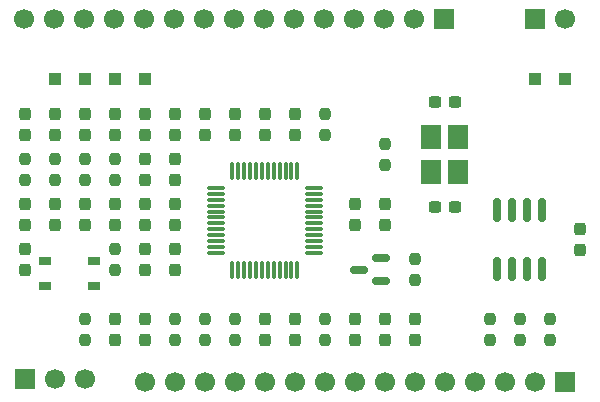
<source format=gbr>
%TF.GenerationSoftware,KiCad,Pcbnew,9.0.1*%
%TF.CreationDate,2025-05-22T01:20:04+01:00*%
%TF.ProjectId,ADAU1701-DSP,41444155-3137-4303-912d-4453502e6b69,rev?*%
%TF.SameCoordinates,Original*%
%TF.FileFunction,Soldermask,Top*%
%TF.FilePolarity,Negative*%
%FSLAX46Y46*%
G04 Gerber Fmt 4.6, Leading zero omitted, Abs format (unit mm)*
G04 Created by KiCad (PCBNEW 9.0.1) date 2025-05-22 01:20:04*
%MOMM*%
%LPD*%
G01*
G04 APERTURE LIST*
G04 Aperture macros list*
%AMRoundRect*
0 Rectangle with rounded corners*
0 $1 Rounding radius*
0 $2 $3 $4 $5 $6 $7 $8 $9 X,Y pos of 4 corners*
0 Add a 4 corners polygon primitive as box body*
4,1,4,$2,$3,$4,$5,$6,$7,$8,$9,$2,$3,0*
0 Add four circle primitives for the rounded corners*
1,1,$1+$1,$2,$3*
1,1,$1+$1,$4,$5*
1,1,$1+$1,$6,$7*
1,1,$1+$1,$8,$9*
0 Add four rect primitives between the rounded corners*
20,1,$1+$1,$2,$3,$4,$5,0*
20,1,$1+$1,$4,$5,$6,$7,0*
20,1,$1+$1,$6,$7,$8,$9,0*
20,1,$1+$1,$8,$9,$2,$3,0*%
G04 Aperture macros list end*
%ADD10RoundRect,0.237500X-0.237500X0.300000X-0.237500X-0.300000X0.237500X-0.300000X0.237500X0.300000X0*%
%ADD11RoundRect,0.237500X0.237500X-0.250000X0.237500X0.250000X-0.237500X0.250000X-0.237500X-0.250000X0*%
%ADD12RoundRect,0.237500X-0.237500X0.250000X-0.237500X-0.250000X0.237500X-0.250000X0.237500X0.250000X0*%
%ADD13RoundRect,0.150000X0.587500X0.150000X-0.587500X0.150000X-0.587500X-0.150000X0.587500X-0.150000X0*%
%ADD14RoundRect,0.237500X0.237500X-0.300000X0.237500X0.300000X-0.237500X0.300000X-0.237500X-0.300000X0*%
%ADD15R,1.000000X1.000000*%
%ADD16R,1.800000X2.100000*%
%ADD17RoundRect,0.237500X-0.300000X-0.237500X0.300000X-0.237500X0.300000X0.237500X-0.300000X0.237500X0*%
%ADD18R,1.700000X1.700000*%
%ADD19C,1.700000*%
%ADD20RoundRect,0.150000X-0.150000X0.825000X-0.150000X-0.825000X0.150000X-0.825000X0.150000X0.825000X0*%
%ADD21RoundRect,0.075000X0.075000X-0.662500X0.075000X0.662500X-0.075000X0.662500X-0.075000X-0.662500X0*%
%ADD22RoundRect,0.075000X0.662500X-0.075000X0.662500X0.075000X-0.662500X0.075000X-0.662500X-0.075000X0*%
%ADD23R,1.050000X0.650000*%
G04 APERTURE END LIST*
D10*
%TO.C,C7*%
X165100000Y-131265000D03*
X165100000Y-129540000D03*
%TD*%
%TO.C,C8*%
X162560000Y-131265000D03*
X162560000Y-129540000D03*
%TD*%
D11*
%TO.C,R4*%
X160020000Y-129490000D03*
X160020000Y-131315000D03*
%TD*%
D12*
%TO.C,R3*%
X167640000Y-131315000D03*
X167640000Y-129490000D03*
%TD*%
%TO.C,R8*%
X170180000Y-131315000D03*
X170180000Y-129490000D03*
%TD*%
D10*
%TO.C,C1*%
X177800000Y-131265000D03*
X177800000Y-129540000D03*
%TD*%
D12*
%TO.C,R1*%
X180340000Y-131315000D03*
X180340000Y-129490000D03*
%TD*%
D11*
%TO.C,R5*%
X172720000Y-129490000D03*
X172720000Y-131315000D03*
%TD*%
D10*
%TO.C,C9*%
X175260000Y-131265000D03*
X175260000Y-129540000D03*
%TD*%
%TO.C,C21*%
X187960000Y-131265000D03*
X187960000Y-129540000D03*
%TD*%
%TO.C,C23*%
X182880000Y-131265000D03*
X182880000Y-129540000D03*
%TD*%
%TO.C,C22*%
X185420000Y-131265000D03*
X185420000Y-129540000D03*
%TD*%
D13*
%TO.C,Q1*%
X183212500Y-125322500D03*
X185087500Y-124372500D03*
X185087500Y-126272500D03*
%TD*%
D12*
%TO.C,R7*%
X187960000Y-126235000D03*
X187960000Y-124410000D03*
%TD*%
D14*
%TO.C,C2*%
X165100000Y-125322500D03*
X165100000Y-123597500D03*
%TD*%
%TO.C,C26*%
X154940000Y-113892500D03*
X154940000Y-112167500D03*
%TD*%
D15*
%TO.C,TP2*%
X200660000Y-109220000D03*
%TD*%
D10*
%TO.C,C24*%
X154940000Y-119787500D03*
X154940000Y-121512500D03*
%TD*%
%TO.C,C20*%
X165100000Y-119787500D03*
X165100000Y-121512500D03*
%TD*%
D14*
%TO.C,C32*%
X154940000Y-125322500D03*
X154940000Y-123597500D03*
%TD*%
D16*
%TO.C,Y1*%
X191650000Y-117020000D03*
X191650000Y-114120000D03*
X189350000Y-114120000D03*
X189350000Y-117020000D03*
%TD*%
D10*
%TO.C,C18*%
X172720000Y-112167500D03*
X172720000Y-113892500D03*
%TD*%
D11*
%TO.C,R16*%
X199390000Y-131315000D03*
X199390000Y-129490000D03*
%TD*%
D12*
%TO.C,R2*%
X180340000Y-112117500D03*
X180340000Y-113942500D03*
%TD*%
D17*
%TO.C,C17*%
X189637500Y-111127500D03*
X191362500Y-111127500D03*
%TD*%
D18*
%TO.C,J4*%
X190452500Y-104140000D03*
D19*
X187912500Y-104140000D03*
X185372500Y-104140000D03*
X182832500Y-104140000D03*
X180292500Y-104140000D03*
X177752500Y-104140000D03*
X175212500Y-104140000D03*
X172672500Y-104140000D03*
X170132500Y-104140000D03*
X167592500Y-104140000D03*
X165052500Y-104140000D03*
X162512500Y-104140000D03*
X159972500Y-104140000D03*
X157432500Y-104140000D03*
X154892500Y-104140000D03*
%TD*%
D15*
%TO.C,TP5*%
X160020000Y-109220000D03*
%TD*%
D18*
%TO.C,J5*%
X200660000Y-134874000D03*
D19*
X198120000Y-134874000D03*
X195580000Y-134874000D03*
X193040000Y-134874000D03*
X190500000Y-134874000D03*
X187960000Y-134874000D03*
X185420000Y-134874000D03*
X182880000Y-134874000D03*
X180340000Y-134874000D03*
X177800000Y-134874000D03*
X175260000Y-134874000D03*
X172720000Y-134874000D03*
X170180000Y-134874000D03*
X167640000Y-134874000D03*
X165100000Y-134874000D03*
%TD*%
D11*
%TO.C,R12*%
X157480000Y-117752500D03*
X157480000Y-115927500D03*
%TD*%
D14*
%TO.C,C27*%
X160020000Y-113892500D03*
X160020000Y-112167500D03*
%TD*%
D12*
%TO.C,R11*%
X162560000Y-123547500D03*
X162560000Y-125372500D03*
%TD*%
D14*
%TO.C,C30*%
X157480000Y-113892500D03*
X157480000Y-112167500D03*
%TD*%
D10*
%TO.C,C16*%
X170180000Y-112167500D03*
X170180000Y-113892500D03*
%TD*%
D14*
%TO.C,C31*%
X162560000Y-113892500D03*
X162560000Y-112167500D03*
%TD*%
D10*
%TO.C,C28*%
X157480000Y-119787500D03*
X157480000Y-121512500D03*
%TD*%
D14*
%TO.C,C13*%
X167640000Y-117702500D03*
X167640000Y-115977500D03*
%TD*%
D15*
%TO.C,TP3*%
X157480000Y-109220000D03*
%TD*%
D10*
%TO.C,C25*%
X160020000Y-119787500D03*
X160020000Y-121512500D03*
%TD*%
D18*
%TO.C,J3*%
X154940000Y-134620000D03*
D19*
X157480000Y-134620000D03*
X160020000Y-134620000D03*
%TD*%
D20*
%TO.C,U2*%
X198755000Y-120307500D03*
X197485000Y-120307500D03*
X196215000Y-120307500D03*
X194945000Y-120307500D03*
X194945000Y-125257500D03*
X196215000Y-125257500D03*
X197485000Y-125257500D03*
X198755000Y-125257500D03*
%TD*%
D15*
%TO.C,TP6*%
X165100000Y-109220000D03*
%TD*%
D10*
%TO.C,C19*%
X167640000Y-119787500D03*
X167640000Y-121512500D03*
%TD*%
D14*
%TO.C,C33*%
X201930000Y-123645000D03*
X201930000Y-121920000D03*
%TD*%
D11*
%TO.C,R13*%
X162560000Y-117752500D03*
X162560000Y-115927500D03*
%TD*%
D10*
%TO.C,C5*%
X165100000Y-112167500D03*
X165100000Y-113892500D03*
%TD*%
D21*
%TO.C,U1*%
X172510000Y-125320500D03*
X173010000Y-125320500D03*
X173510000Y-125320500D03*
X174010000Y-125320500D03*
X174510000Y-125320500D03*
X175010000Y-125320500D03*
X175510000Y-125320500D03*
X176010000Y-125320500D03*
X176510000Y-125320500D03*
X177010000Y-125320500D03*
X177510000Y-125320500D03*
X178010000Y-125320500D03*
D22*
X179422500Y-123908000D03*
X179422500Y-123408000D03*
X179422500Y-122908000D03*
X179422500Y-122408000D03*
X179422500Y-121908000D03*
X179422500Y-121408000D03*
X179422500Y-120908000D03*
X179422500Y-120408000D03*
X179422500Y-119908000D03*
X179422500Y-119408000D03*
X179422500Y-118908000D03*
X179422500Y-118408000D03*
D21*
X178010000Y-116995500D03*
X177510000Y-116995500D03*
X177010000Y-116995500D03*
X176510000Y-116995500D03*
X176010000Y-116995500D03*
X175510000Y-116995500D03*
X175010000Y-116995500D03*
X174510000Y-116995500D03*
X174010000Y-116995500D03*
X173510000Y-116995500D03*
X173010000Y-116995500D03*
X172510000Y-116995500D03*
D22*
X171097500Y-118408000D03*
X171097500Y-118908000D03*
X171097500Y-119408000D03*
X171097500Y-119908000D03*
X171097500Y-120408000D03*
X171097500Y-120908000D03*
X171097500Y-121408000D03*
X171097500Y-121908000D03*
X171097500Y-122408000D03*
X171097500Y-122908000D03*
X171097500Y-123408000D03*
X171097500Y-123908000D03*
%TD*%
D10*
%TO.C,C11*%
X167640000Y-112167500D03*
X167640000Y-113892500D03*
%TD*%
D15*
%TO.C,TP1*%
X198120000Y-109220000D03*
%TD*%
D11*
%TO.C,R10*%
X160020000Y-117752500D03*
X160020000Y-115927500D03*
%TD*%
%TO.C,R9*%
X154940000Y-117752500D03*
X154940000Y-115927500D03*
%TD*%
D14*
%TO.C,C15*%
X182880000Y-121512500D03*
X182880000Y-119787500D03*
%TD*%
D11*
%TO.C,R6*%
X185420000Y-116482500D03*
X185420000Y-114657500D03*
%TD*%
D23*
%TO.C,SW1*%
X156675000Y-124605000D03*
X160825000Y-124605000D03*
X156675000Y-126755000D03*
X160825000Y-126755000D03*
%TD*%
D11*
%TO.C,R15*%
X196850000Y-131315000D03*
X196850000Y-129490000D03*
%TD*%
D14*
%TO.C,C3*%
X167640000Y-125322500D03*
X167640000Y-123597500D03*
%TD*%
D18*
%TO.C,J2*%
X198120000Y-104140000D03*
D19*
X200660000Y-104140000D03*
%TD*%
D14*
%TO.C,C14*%
X165100000Y-117702500D03*
X165100000Y-115977500D03*
%TD*%
D15*
%TO.C,TP4*%
X162560000Y-109220000D03*
%TD*%
D11*
%TO.C,R14*%
X194310000Y-131315000D03*
X194310000Y-129490000D03*
%TD*%
D14*
%TO.C,C6*%
X177800000Y-113892500D03*
X177800000Y-112167500D03*
%TD*%
D17*
%TO.C,C12*%
X189637500Y-120017500D03*
X191362500Y-120017500D03*
%TD*%
D14*
%TO.C,C10*%
X185420000Y-121512500D03*
X185420000Y-119787500D03*
%TD*%
D10*
%TO.C,C29*%
X162560000Y-119787500D03*
X162560000Y-121512500D03*
%TD*%
D14*
%TO.C,C4*%
X175260000Y-113892500D03*
X175260000Y-112167500D03*
%TD*%
M02*

</source>
